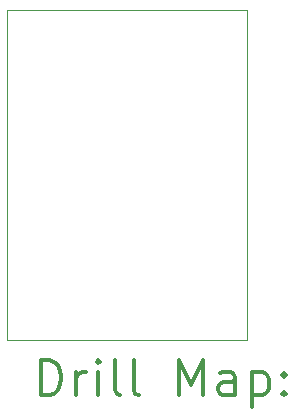
<source format=gbr>
%FSLAX45Y45*%
G04 Gerber Fmt 4.5, Leading zero omitted, Abs format (unit mm)*
G04 Created by KiCad (PCBNEW 5.1.10) date 2021-05-04 23:10:41*
%MOMM*%
%LPD*%
G01*
G04 APERTURE LIST*
%TA.AperFunction,Profile*%
%ADD10C,0.050000*%
%TD*%
%ADD11C,0.200000*%
%ADD12C,0.300000*%
G04 APERTURE END LIST*
D10*
X12192000Y-13462000D02*
X12192000Y-10668000D01*
X14224000Y-13462000D02*
X12192000Y-13462000D01*
X14224000Y-10668000D02*
X14224000Y-13462000D01*
X12192000Y-10668000D02*
X14224000Y-10668000D01*
D11*
D12*
X12475928Y-13930214D02*
X12475928Y-13630214D01*
X12547357Y-13630214D01*
X12590214Y-13644500D01*
X12618786Y-13673071D01*
X12633071Y-13701643D01*
X12647357Y-13758786D01*
X12647357Y-13801643D01*
X12633071Y-13858786D01*
X12618786Y-13887357D01*
X12590214Y-13915929D01*
X12547357Y-13930214D01*
X12475928Y-13930214D01*
X12775928Y-13930214D02*
X12775928Y-13730214D01*
X12775928Y-13787357D02*
X12790214Y-13758786D01*
X12804500Y-13744500D01*
X12833071Y-13730214D01*
X12861643Y-13730214D01*
X12961643Y-13930214D02*
X12961643Y-13730214D01*
X12961643Y-13630214D02*
X12947357Y-13644500D01*
X12961643Y-13658786D01*
X12975928Y-13644500D01*
X12961643Y-13630214D01*
X12961643Y-13658786D01*
X13147357Y-13930214D02*
X13118786Y-13915929D01*
X13104500Y-13887357D01*
X13104500Y-13630214D01*
X13304500Y-13930214D02*
X13275928Y-13915929D01*
X13261643Y-13887357D01*
X13261643Y-13630214D01*
X13647357Y-13930214D02*
X13647357Y-13630214D01*
X13747357Y-13844500D01*
X13847357Y-13630214D01*
X13847357Y-13930214D01*
X14118786Y-13930214D02*
X14118786Y-13773071D01*
X14104500Y-13744500D01*
X14075928Y-13730214D01*
X14018786Y-13730214D01*
X13990214Y-13744500D01*
X14118786Y-13915929D02*
X14090214Y-13930214D01*
X14018786Y-13930214D01*
X13990214Y-13915929D01*
X13975928Y-13887357D01*
X13975928Y-13858786D01*
X13990214Y-13830214D01*
X14018786Y-13815929D01*
X14090214Y-13815929D01*
X14118786Y-13801643D01*
X14261643Y-13730214D02*
X14261643Y-14030214D01*
X14261643Y-13744500D02*
X14290214Y-13730214D01*
X14347357Y-13730214D01*
X14375928Y-13744500D01*
X14390214Y-13758786D01*
X14404500Y-13787357D01*
X14404500Y-13873071D01*
X14390214Y-13901643D01*
X14375928Y-13915929D01*
X14347357Y-13930214D01*
X14290214Y-13930214D01*
X14261643Y-13915929D01*
X14533071Y-13901643D02*
X14547357Y-13915929D01*
X14533071Y-13930214D01*
X14518786Y-13915929D01*
X14533071Y-13901643D01*
X14533071Y-13930214D01*
X14533071Y-13744500D02*
X14547357Y-13758786D01*
X14533071Y-13773071D01*
X14518786Y-13758786D01*
X14533071Y-13744500D01*
X14533071Y-13773071D01*
M02*

</source>
